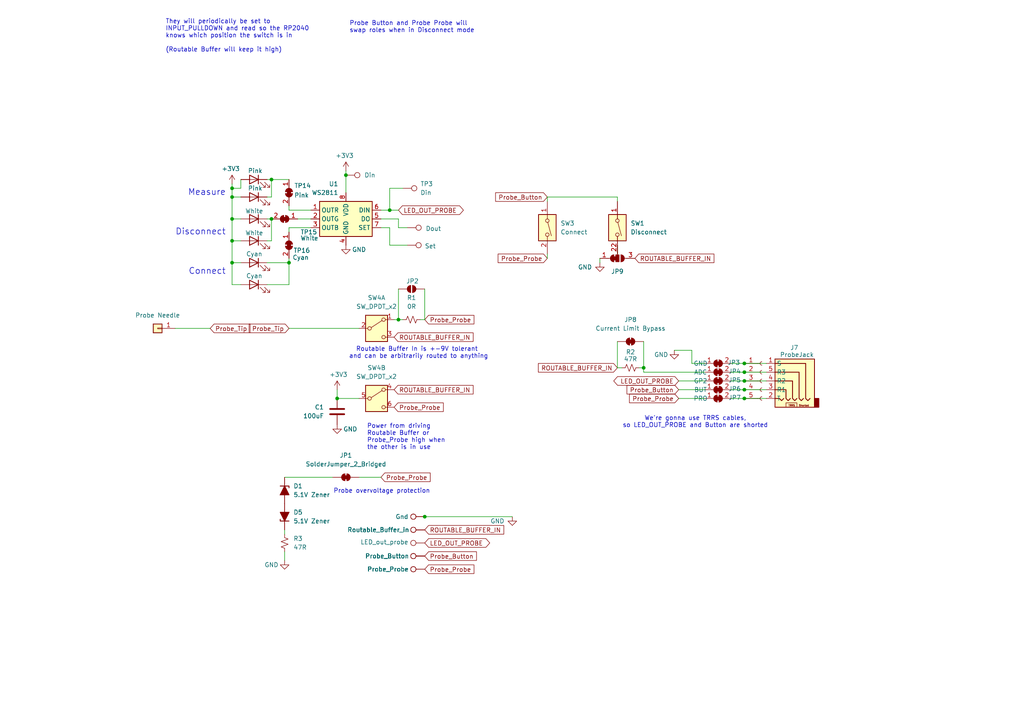
<source format=kicad_sch>
(kicad_sch (version 20231120) (generator "eeschema") (generator_version "8.0")
  (paper "A4")
  (lib_symbols
    (symbol "Connector:Conn_01x05_Socket" (pin_names (offset 1.016) hide)
      (property "Reference" "J" (at 0 7.62 0))
      (property "Value" "Conn_01x05_Socket" (at 0 -7.62 0))
      (symbol "Conn_01x05_Socket_1_1"
        (arc (start 0 -4.572) (mid -0.5058 -5.08) (end 0 -5.588) (stroke (width 0.1524)))
        (arc (start 0 -2.032) (mid -0.5058 -2.54) (end 0 -3.048) (stroke (width 0.1524)))
        (polyline (pts (xy -1.27 -5.08) (xy -0.508 -5.08)) (stroke (width 0.1524)))
        (polyline (pts (xy -1.27 -2.54) (xy -0.508 -2.54)) (stroke (width 0.1524)))
        (polyline (pts (xy -1.27 0) (xy -0.508 0)) (stroke (width 0.1524)))
        (polyline (pts (xy -1.27 2.54) (xy -0.508 2.54)) (stroke (width 0.1524)))
        (polyline (pts (xy -1.27 5.08) (xy -0.508 5.08)) (stroke (width 0.1524)))
        (arc (start 0 0.508) (mid -0.5058 0) (end 0 -0.508) (stroke (width 0.1524)))
        (arc (start 0 3.048) (mid -0.5058 2.54) (end 0 2.032) (stroke (width 0.1524)))
        (arc (start 0 5.588) (mid -0.5058 5.08) (end 0 4.572) (stroke (width 0.1524)))
        (pin passive line (at -5.08 5.08 0) (length 3.81) (name "Pin_1") (number "1"))
        (pin passive line (at -5.08 2.54 0) (length 3.81) (name "Pin_2") (number "2"))
        (pin passive line (at -5.08 0 0) (length 3.81) (name "Pin_3") (number "3"))
        (pin passive line (at -5.08 -2.54 0) (length 3.81) (name "Pin_4") (number "4"))
        (pin passive line (at -5.08 -5.08 0) (length 3.81) (name "Pin_5") (number "5"))
      )
    )
    (symbol "Connector_Generic:Conn_01x01" (pin_names (offset 1.016) hide)
      (property "Reference" "J" (at 0 2.54 0))
      (property "Value" "Conn_01x01" (at 0 -2.54 0))
      (symbol "Conn_01x01_1_1"
        (rectangle (start -1.27 0.127) (end 0 -0.127) (stroke (width 0.1524)))
        (rectangle (start -1.27 1.27) (end 1.27 -1.27) (stroke (width 0.254)) (fill (type background)))
        (pin passive line (at -5.08 0 0) (length 3.81) (name "Pin_1") (number "1"))
      )
    )
    (symbol "Device:C" (pin_numbers hide) (pin_names (offset 0.254))
      (property "Reference" "C" (at 0.635 2.54 0))
      (property "Value" "C" (at 0.635 -2.54 0))
      (symbol "C_0_1"
        (polyline (pts (xy -2.032 -0.762) (xy 2.032 -0.762)) (stroke (width 0.508)))
        (polyline (pts (xy -2.032 0.762) (xy 2.032 0.762)) (stroke (width 0.508)))
      )
      (symbol "C_1_1"
        (pin passive line (at 0 3.81 270) (length 2.794) (name "~") (number "1"))
        (pin passive line (at 0 -3.81 90) (length 2.794) (name "~") (number "2"))
      )
    )
    (symbol "Device:D_Zener_Filled" (pin_numbers hide) (pin_names (offset 1.016) hide)
      (property "Reference" "D" (at 0 2.54 0))
      (property "Value" "D_Zener_Filled" (at 0 -2.54 0))
      (symbol "D_Zener_Filled_0_1"
        (polyline (pts (xy 1.27 0) (xy -1.27 0)))
        (polyline (pts (xy -1.27 -1.27) (xy -1.27 1.27) (xy -0.762 1.27)) (stroke (width 0.254)))
        (polyline (pts (xy 1.27 -1.27) (xy 1.27 1.27) (xy -1.27 0) (xy 1.27 -1.27)) (stroke (width 0.254)) (fill (type outline)))
      )
      (symbol "D_Zener_Filled_1_1"
        (pin passive line (at -3.81 0 0) (length 2.54) (name "K") (number "1"))
        (pin passive line (at 3.81 0 180) (length 2.54) (name "A") (number "2"))
      )
    )
    (symbol "Device:LED" (pin_numbers hide) (pin_names (offset 1.016) hide)
      (property "Reference" "D" (at 0 2.54 0))
      (property "Value" "LED" (at 0 -2.54 0))
      (symbol "LED_0_1"
        (polyline (pts (xy -1.27 -1.27) (xy -1.27 1.27)) (stroke (width 0.254)))
        (polyline (pts (xy -1.27 0) (xy 1.27 0)))
        (polyline (pts (xy 1.27 -1.27) (xy 1.27 1.27) (xy -1.27 0) (xy 1.27 -1.27)) (stroke (width 0.254)))
        (polyline (pts (xy -3.048 -0.762) (xy -4.572 -2.286) (xy -3.81 -2.286) (xy -4.572 -2.286) (xy -4.572 -1.524)))
        (polyline (pts (xy -1.778 -0.762) (xy -3.302 -2.286) (xy -2.54 -2.286) (xy -3.302 -2.286) (xy -3.302 -1.524)))
      )
      (symbol "LED_1_1"
        (pin passive line (at -3.81 0 0) (length 2.54) (name "K") (number "1"))
        (pin passive line (at 3.81 0 180) (length 2.54) (name "A") (number "2"))
      )
    )
    (symbol "Device:R_Small_US" (pin_numbers hide) (pin_names (offset 0.254) hide)
      (property "Reference" "R" (at 0.762 0.508 0))
      (property "Value" "R_Small_US" (at 0.762 -1.016 0))
      (symbol "R_Small_US_1_1"
        (polyline (pts (xy 0 0) (xy 1.016 -0.381) (xy 0 -0.762) (xy -1.016 -1.143) (xy 0 -1.524)))
        (polyline (pts (xy 0 1.524) (xy 1.016 1.143) (xy 0 0.762) (xy -1.016 0.381) (xy 0 0)))
        (pin passive line (at 0 2.54 270) (length 1.016) (name "~") (number "1"))
        (pin passive line (at 0 -2.54 90) (length 1.016) (name "~") (number "2"))
      )
    )
    (symbol "Driver_LED:WS2811"
      (property "Reference" "U" (at -6.35 6.35 0))
      (property "Value" "WS2811" (at 5.08 6.35 0))
      (symbol "WS2811_0_1"
        (rectangle (start -7.62 5.08) (end 7.62 -5.08) (stroke (width 0.254)) (fill (type background)))
      )
      (symbol "WS2811_1_1"
        (pin output line (at 10.16 2.54 180) (length 2.54) (name "OUTR") (number "1"))
        (pin output line (at 10.16 0 180) (length 2.54) (name "OUTG") (number "2"))
        (pin output line (at 10.16 -2.54 180) (length 2.54) (name "OUTB") (number "3"))
        (pin power_in line (at 0 -7.62 90) (length 2.54) (name "GND") (number "4"))
        (pin output line (at -10.16 0 0) (length 2.54) (name "DO") (number "5"))
        (pin input line (at -10.16 2.54 0) (length 2.54) (name "DIN") (number "6"))
        (pin input line (at -10.16 -2.54 0) (length 2.54) (name "SET") (number "7"))
        (pin power_in line (at 0 7.62 270) (length 2.54) (name "VDD") (number "8"))
      )
    )
    (symbol "GND_40" (power) (pin_names (offset 0))
      (property "Value" "GND_40" (at 0 -3.81 0))
      (symbol "GND_40_0_1"
        (polyline (pts (xy 0 0) (xy 0 -1.27) (xy 1.27 -1.27) (xy 0 -2.54) (xy -1.27 -1.27) (xy 0 -1.27)))
      )
      (symbol "GND_40_1_1"
        (pin power_in line (at 0 0 270) (length 0) hide (name "GND") (number "1"))
      )
    )
    (symbol "Jumper:SolderJumper_2_Bridged" (pin_numbers hide) (pin_names (offset 0) hide) (exclude_from_sim yes) (in_bom no)
      (property "Reference" "JP" (at 0 2.032 0))
      (property "Value" "SolderJumper_2_Bridged" (at 0 -2.54 0))
      (symbol "SolderJumper_2_Bridged_0_1"
        (rectangle (start -0.508 0.508) (end 0.508 -0.508) (fill (type outline)))
        (arc (start -0.254 1.016) (mid -1.2656 0) (end -0.254 -1.016))
        (arc (start -0.254 1.016) (mid -1.2656 0) (end -0.254 -1.016) (fill (type outline)))
        (polyline (pts (xy -0.254 1.016) (xy -0.254 -1.016)))
        (polyline (pts (xy 0.254 1.016) (xy 0.254 -1.016)))
        (arc (start 0.254 -1.016) (mid 1.2656 0) (end 0.254 1.016))
        (arc (start 0.254 -1.016) (mid 1.2656 0) (end 0.254 1.016) (fill (type outline)))
      )
      (symbol "SolderJumper_2_Bridged_1_1"
        (pin passive line (at -3.81 0 0) (length 2.54) (name "A") (number "1"))
        (pin passive line (at 3.81 0 180) (length 2.54) (name "B") (number "2"))
      )
    )
    (symbol "Jumper:SolderJumper_2_Open" (pin_numbers hide) (pin_names (offset 0) hide) (exclude_from_sim yes) (in_bom no)
      (property "Reference" "JP" (at 0 2.032 0))
      (property "Value" "SolderJumper_2_Open" (at 0 -2.54 0))
      (symbol "SolderJumper_2_Open_0_1"
        (arc (start -0.254 1.016) (mid -1.2656 0) (end -0.254 -1.016))
        (arc (start -0.254 1.016) (mid -1.2656 0) (end -0.254 -1.016) (fill (type outline)))
        (polyline (pts (xy -0.254 1.016) (xy -0.254 -1.016)))
        (polyline (pts (xy 0.254 1.016) (xy 0.254 -1.016)))
        (arc (start 0.254 -1.016) (mid 1.2656 0) (end 0.254 1.016))
        (arc (start 0.254 -1.016) (mid 1.2656 0) (end 0.254 1.016) (fill (type outline)))
      )
      (symbol "SolderJumper_2_Open_1_1"
        (pin passive line (at -3.81 0 0) (length 2.54) (name "A") (number "1"))
        (pin passive line (at 3.81 0 180) (length 2.54) (name "B") (number "2"))
      )
    )
    (symbol "Jumper:SolderJumper_3_Bridged12" (pin_names (offset 0) hide) (exclude_from_sim yes) (in_bom no)
      (property "Reference" "JP" (at -2.54 -2.54 0))
      (property "Value" "SolderJumper_3_Bridged12" (at 0 2.794 0))
      (symbol "SolderJumper_3_Bridged12_0_1"
        (rectangle (start -1.016 0.508) (end -0.508 -0.508) (fill (type outline)))
        (arc (start -1.016 1.016) (mid -2.0276 0) (end -1.016 -1.016))
        (arc (start -1.016 1.016) (mid -2.0276 0) (end -1.016 -1.016) (fill (type outline)))
        (rectangle (start -0.508 1.016) (end 0.508 -1.016) (fill (type outline)))
        (polyline (pts (xy -2.54 0) (xy -2.032 0)))
        (polyline (pts (xy -1.016 1.016) (xy -1.016 -1.016)))
        (polyline (pts (xy 0 -1.27) (xy 0 -1.016)))
        (polyline (pts (xy 1.016 1.016) (xy 1.016 -1.016)))
        (polyline (pts (xy 2.54 0) (xy 2.032 0)))
        (arc (start 1.016 -1.016) (mid 2.0276 0) (end 1.016 1.016))
        (arc (start 1.016 -1.016) (mid 2.0276 0) (end 1.016 1.016) (fill (type outline)))
      )
      (symbol "SolderJumper_3_Bridged12_1_1"
        (pin passive line (at -5.08 0 0) (length 2.54) (name "A") (number "1"))
        (pin passive line (at 0 -3.81 90) (length 2.54) (name "C") (number "2"))
        (pin passive line (at 5.08 0 180) (length 2.54) (name "B") (number "3"))
      )
    )
    (symbol "JumperlessSymbols:AudioJack5"
      (property "Reference" "U" (at -7.366 13.716 0))
      (symbol "AudioJack5_0_1"
        (rectangle (start -13.97 0) (end -15.24 -2.54) (stroke (width 0.254)) (fill (type outline)))
        (rectangle (start -13.97 11.43) (end -2.54 -2.54) (stroke (width 0.254)) (fill (type background)))
        (rectangle (start -8.89 -1.27) (end -5.715 -2.54))
        (polyline (pts (xy -5.08 0) (xy -4.445 -0.635) (xy -3.81 0) (xy -2.54 0)) (stroke (width 0.254)))
        (polyline (pts (xy -10.795 0) (xy -10.16 -0.635) (xy -9.525 0) (xy -9.525 7.62) (xy -2.54 7.62)) (stroke (width 0.254)))
        (polyline (pts (xy -6.985 0) (xy -6.35 -0.635) (xy -5.715 0) (xy -5.715 2.54) (xy -2.54 2.54)) (stroke (width 0.254)))
        (polyline (pts (xy -2.54 5.08) (xy -7.62 5.08) (xy -7.62 0) (xy -8.255 -0.635) (xy -8.89 0)) (stroke (width 0.254)))
        (polyline (pts (xy -2.54 10.16) (xy -11.43 10.16) (xy -11.43 0) (xy -12.065 -0.635) (xy -12.7 0)) (stroke (width 0.254)))
      )
      (symbol "AudioJack5_1_1"
        (text "Shorted" (at -10.922 -2.032 0) (effects (font (size 0.5 0.5))))
        (text "TRRS" (at -7.366 -2.032 0) (effects (font (size 0.5 0.5))))
        (pin passive line (at 0 10.16 180) (length 2.54) (name "S") (number "1"))
        (pin passive line (at 0 0 180) (length 2.54) (name "T") (number "2"))
        (pin passive line (at 0 2.54 180) (length 2.54) (name "R1") (number "3"))
        (pin passive line (at 0 5.08 180) (length 2.54) (name "R2") (number "4"))
        (pin passive line (at 0 7.62 180) (length 2.54) (name "R3") (number "5"))
      )
    )
    (symbol "JumperlessSymbols:SolderJumper_2_Bridged" (pin_names (offset 0) hide)
      (property "Reference" "JP" (at 0 2.032 0))
      (property "Value" "SolderJumper_2_Bridged" (at 0 -2.54 0))
      (symbol "SolderJumper_2_Bridged_0_1"
        (rectangle (start -0.508 0.508) (end 0.508 -0.508) (fill (type outline)))
        (arc (start -0.254 1.016) (mid -1.2656 0) (end -0.254 -1.016))
        (arc (start -0.254 1.016) (mid -1.2656 0) (end -0.254 -1.016) (fill (type outline)))
        (polyline (pts (xy -0.254 1.016) (xy -0.254 -1.016)))
        (polyline (pts (xy 0.254 1.016) (xy 0.254 -1.016)))
        (arc (start 0.254 -1.016) (mid 1.2656 0) (end 0.254 1.016))
        (arc (start 0.254 -1.016) (mid 1.2656 0) (end 0.254 1.016) (fill (type outline)))
      )
      (symbol "SolderJumper_2_Bridged_1_1"
        (pin passive line (at -3.81 0 0) (length 2.54) (name "A") (number "1"))
        (pin passive line (at 3.81 0 180) (length 2.54) (name "B") (number "2"))
      )
    )
    (symbol "JumperlessSymbols:TestPoint" (pin_numbers hide) (pin_names (offset 0.762) hide)
      (property "Reference" "TP" (at 0 6.858 0))
      (property "Value" "TestPoint" (at 0 5.08 0))
      (symbol "TestPoint_0_1"
        (circle (center 0 3.302) (radius 0.762))
      )
      (symbol "TestPoint_1_1"
        (pin passive line (at 0 0 90) (length 2.54) (name "1") (number "1"))
      )
    )
    (symbol "Switch:SW_DIP_x01" (pin_names (offset 0) hide)
      (property "Reference" "SW" (at 0 3.81 0))
      (property "Value" "SW_DIP_x01" (at 0 -3.81 0))
      (symbol "SW_DIP_x01_0_0"
        (circle (center -2.032 0) (radius 0.508))
        (polyline (pts (xy -1.524 0.127) (xy 2.3622 1.1684)))
        (circle (center 2.032 0) (radius 0.508))
      )
      (symbol "SW_DIP_x01_0_1"
        (rectangle (start -3.81 2.54) (end 3.81 -2.54) (stroke (width 0.254)) (fill (type background)))
      )
      (symbol "SW_DIP_x01_1_1"
        (pin passive line (at -7.62 0 0) (length 5.08) (name "~") (number "1"))
        (pin passive line (at 7.62 0 180) (length 5.08) (name "~") (number "2"))
      )
    )
    (symbol "Switch:SW_DPDT_x2" (pin_names (offset 0) hide)
      (property "Reference" "SW" (at 0 5.08 0))
      (property "Value" "SW_DPDT_x2" (at 0 -5.08 0))
      (symbol "SW_DPDT_x2_0_0"
        (circle (center -2.032 0) (radius 0.508))
        (circle (center 2.032 -2.54) (radius 0.508))
      )
      (symbol "SW_DPDT_x2_0_1"
        (rectangle (start -3.175 3.81) (end 3.175 -3.81) (stroke (width 0.254)) (fill (type background)))
        (polyline (pts (xy -1.524 0.254) (xy 1.5748 2.286)))
        (circle (center 2.032 2.54) (radius 0.508))
      )
      (symbol "SW_DPDT_x2_1_1"
        (pin passive line (at 5.08 2.54 180) (length 2.54) (name "A") (number "1"))
        (pin passive line (at -5.08 0 0) (length 2.54) (name "B") (number "2"))
        (pin passive line (at 5.08 -2.54 180) (length 2.54) (name "C") (number "3"))
      )
      (symbol "SW_DPDT_x2_2_1"
        (pin passive line (at 5.08 2.54 180) (length 2.54) (name "A") (number "4"))
        (pin passive line (at -5.08 0 0) (length 2.54) (name "B") (number "5"))
        (pin passive line (at 5.08 -2.54 180) (length 2.54) (name "C") (number "6"))
      )
    )
    (symbol "power:+3V3" (power) (pin_names (offset 0))
      (property "Value" "+3V3" (at 0 3.556 0))
      (symbol "+3V3_0_1"
        (polyline (pts (xy -0.762 1.27) (xy 0 2.54)))
        (polyline (pts (xy 0 0) (xy 0 2.54)))
        (polyline (pts (xy 0 2.54) (xy 0.762 1.27)))
      )
      (symbol "+3V3_1_1"
        (pin power_in line (at 0 0 90) (length 0) hide (name "+3V3") (number "1"))
      )
    )
  )
  (junction (at 215.9 105.41))
  (junction (at 186.69 106.68))
  (junction (at 215.9 107.95))
  (junction (at 100.33 50.8))
  (junction (at 115.57 92.71))
  (junction (at 67.31 57.15))
  (junction (at 215.9 110.49))
  (junction (at 67.31 63.5))
  (junction (at 78.74 63.5))
  (junction (at 78.74 52.07))
  (junction (at 67.31 54.61))
  (junction (at 215.9 113.03))
  (junction (at 97.79 115.57))
  (junction (at 67.31 69.85))
  (junction (at 113.03 60.96))
  (junction (at 83.82 76.2))
  (junction (at 123.19 149.86))
  (junction (at 67.31 76.2))
  (junction (at 215.9 115.57))
  (wire (pts (xy 69.85 54.61) (xy 67.31 54.61)))
  (wire (pts (xy 212.09 107.95) (xy 215.9 107.95)))
  (wire (pts (xy 204.47 115.57) (xy 196.85 115.57)))
  (wire (pts (xy 83.82 95.25) (xy 104.14 95.25)))
  (wire (pts (xy 100.33 50.8) (xy 100.33 55.88)))
  (wire (pts (xy 121.92 92.71) (xy 123.19 92.71)))
  (wire (pts (xy 69.85 82.55) (xy 67.31 82.55)))
  (wire (pts (xy 195.58 101.6) (xy 200.66 101.6)))
  (wire (pts (xy 83.82 67.31) (xy 83.82 66.04)))
  (wire (pts (xy 115.57 83.82) (xy 115.57 92.71)))
  (wire (pts (xy 123.19 149.86) (xy 148.59 149.86)))
  (wire (pts (xy 50.8 95.25) (xy 60.96 95.25)))
  (wire (pts (xy 83.82 66.04) (xy 90.17 66.04)))
  (wire (pts (xy 78.74 69.85) (xy 78.74 63.5)))
  (wire (pts (xy 115.57 63.5) (xy 110.49 63.5)))
  (wire (pts (xy 115.57 92.71) (xy 116.84 92.71)))
  (wire (pts (xy 78.74 57.15) (xy 77.47 57.15)))
  (wire (pts (xy 78.74 52.07) (xy 77.47 52.07)))
  (wire (pts (xy 158.75 57.15) (xy 179.07 57.15)))
  (wire (pts (xy 110.49 66.04) (xy 113.03 66.04)))
  (wire (pts (xy 113.03 54.61) (xy 113.03 60.96)))
  (wire (pts (xy 215.9 115.57) (xy 222.25 115.57)))
  (wire (pts (xy 83.82 76.2) (xy 83.82 74.93)))
  (wire (pts (xy 113.03 66.04) (xy 113.03 71.12)))
  (wire (pts (xy 179.07 106.68) (xy 179.07 99.06)))
  (wire (pts (xy 116.84 54.61) (xy 113.03 54.61)))
  (wire (pts (xy 69.85 52.07) (xy 69.85 54.61)))
  (wire (pts (xy 83.82 82.55) (xy 83.82 76.2)))
  (wire (pts (xy 180.34 106.68) (xy 179.07 106.68)))
  (wire (pts (xy 158.75 57.15) (xy 158.75 58.42)))
  (wire (pts (xy 118.11 66.04) (xy 115.57 66.04)))
  (wire (pts (xy 212.09 113.03) (xy 215.9 113.03)))
  (wire (pts (xy 186.69 106.68) (xy 186.69 107.95)))
  (wire (pts (xy 110.49 60.96) (xy 113.03 60.96)))
  (wire (pts (xy 123.19 83.82) (xy 123.19 92.71)))
  (wire (pts (xy 215.9 113.03) (xy 222.25 113.03)))
  (wire (pts (xy 82.55 154.94) (xy 82.55 153.67)))
  (wire (pts (xy 173.99 74.93) (xy 173.99 76.2)))
  (wire (pts (xy 113.03 60.96) (xy 115.57 60.96)))
  (wire (pts (xy 77.47 69.85) (xy 78.74 69.85)))
  (wire (pts (xy 82.55 138.43) (xy 96.52 138.43)))
  (wire (pts (xy 104.14 138.43) (xy 110.49 138.43)))
  (wire (pts (xy 86.36 63.5) (xy 90.17 63.5)))
  (wire (pts (xy 67.31 76.2) (xy 69.85 76.2)))
  (wire (pts (xy 179.07 71.12) (xy 179.07 73.66)))
  (wire (pts (xy 212.09 115.57) (xy 215.9 115.57)))
  (wire (pts (xy 115.57 66.04) (xy 115.57 63.5)))
  (wire (pts (xy 204.47 110.49) (xy 196.85 110.49)))
  (wire (pts (xy 67.31 69.85) (xy 67.31 76.2)))
  (wire (pts (xy 83.82 59.69) (xy 83.82 60.96)))
  (wire (pts (xy 215.9 110.49) (xy 222.25 110.49)))
  (wire (pts (xy 67.31 63.5) (xy 69.85 63.5)))
  (wire (pts (xy 104.14 115.57) (xy 97.79 115.57)))
  (wire (pts (xy 77.47 82.55) (xy 83.82 82.55)))
  (wire (pts (xy 83.82 60.96) (xy 90.17 60.96)))
  (wire (pts (xy 67.31 54.61) (xy 67.31 57.15)))
  (wire (pts (xy 186.69 107.95) (xy 204.47 107.95)))
  (wire (pts (xy 67.31 57.15) (xy 67.31 63.5)))
  (wire (pts (xy 77.47 76.2) (xy 83.82 76.2)))
  (wire (pts (xy 200.66 105.41) (xy 204.47 105.41)))
  (wire (pts (xy 179.07 57.15) (xy 179.07 58.42)))
  (wire (pts (xy 67.31 63.5) (xy 67.31 69.85)))
  (wire (pts (xy 67.31 69.85) (xy 69.85 69.85)))
  (wire (pts (xy 67.31 57.15) (xy 69.85 57.15)))
  (wire (pts (xy 113.03 71.12) (xy 118.11 71.12)))
  (wire (pts (xy 215.9 107.95) (xy 222.25 107.95)))
  (wire (pts (xy 215.9 105.41) (xy 222.25 105.41)))
  (wire (pts (xy 97.79 113.03) (xy 97.79 115.57)))
  (wire (pts (xy 158.75 74.93) (xy 158.75 73.66)))
  (wire (pts (xy 200.66 101.6) (xy 200.66 105.41)))
  (wire (pts (xy 186.69 99.06) (xy 186.69 106.68)))
  (wire (pts (xy 204.47 113.03) (xy 196.85 113.03)))
  (wire (pts (xy 212.09 110.49) (xy 215.9 110.49)))
  (wire (pts (xy 212.09 105.41) (xy 215.9 105.41)))
  (wire (pts (xy 67.31 82.55) (xy 67.31 76.2)))
  (wire (pts (xy 100.33 49.53) (xy 100.33 50.8)))
  (wire (pts (xy 185.42 106.68) (xy 186.69 106.68)))
  (wire (pts (xy 82.55 160.02) (xy 82.55 162.56)))
  (wire (pts (xy 78.74 52.07) (xy 83.82 52.07)))
  (wire (pts (xy 67.31 53.34) (xy 67.31 54.61)))
  (wire (pts (xy 77.47 63.5) (xy 78.74 63.5)))
  (wire (pts (xy 78.74 52.07) (xy 78.74 57.15)))
  (wire (pts (xy 114.3 92.71) (xy 115.57 92.71)))
  (text "Probe Button and Probe Probe will \nswap roles when in Disconnect mode" (at 101.346 7.874 0) (effects (font (size 1.27 1.27)) (justify left)))
  (text "They will periodically be set to\nINPUT_PULLDOWN and read so the RP2040\nknows which position the switch is in\n\n(Routable Buffer will keep it high)" (at 48.006 10.414 0) (effects (font (size 1.27 1.27)) (justify left)))
  (text "Power from driving\nRoutable Buffer or \nProbe_Probe high when\nthe other is in use" (at 106.426 126.746 0) (effects (font (size 1.27 1.27)) (justify left)))
  (text "Routable Buffer In is +-9V tolerant \nand can be arbitrarily routed to anything" (at 121.412 102.362 0) (effects (font (size 1.27 1.27))))
  (text "Probe overvoltage protection" (at 110.744 142.494 0) (effects (font (size 1.27 1.27))))
  (text "We're gonna use TRRS cables,\nso LED_OUT_PROBE and Button are shorted" (at 201.676 122.428 0) (effects (font (size 1.27 1.27))))
  (text "Measure\n\n  \n\nDisconnect\n\n\n\nConnect" (at 65.532 67.31 0) (effects (font (size 1.778 1.778)) (justify right)))
  (global_label "Probe_Tip" (shape input) (at 83.82 95.25 180) (property "Intersheetrefs" "${INTERSHEET_REFS}" (effects (hide yes))))
  (global_label "Probe_Probe" (shape input) (at 114.3 118.11 0) (property "Intersheetrefs" "${INTERSHEET_REFS}" (effects (hide yes))))
  (global_label "ROUTABLE_BUFFER_IN" (shape input) (at 114.3 113.03 0) (property "Intersheetrefs" "${INTERSHEET_REFS}" (effects (hide yes))))
  (global_label "Probe_Probe" (shape input) (at 123.19 92.71 0) (property "Intersheetrefs" "${INTERSHEET_REFS}" (effects (hide yes))))
  (global_label "Probe_Tip" (shape input) (at 60.96 95.25 0) (property "Intersheetrefs" "${INTERSHEET_REFS}" (effects (hide yes))))
  (global_label "LED_OUT_PROBE" (shape bidirectional) (at 115.57 60.96 0) (property "Intersheetrefs" "${INTERSHEET_REFS}" (effects (hide yes))))
  (global_label "LED_OUT_PROBE" (shape bidirectional) (at 123.19 157.48 0) (property "Intersheetrefs" "${INTERSHEET_REFS}" (effects (hide yes))))
  (global_label "ROUTABLE_BUFFER_IN" (shape input) (at 184.15 74.93 0) (property "Intersheetrefs" "${INTERSHEET_REFS}" (effects (hide yes))))
  (global_label "Probe_Probe" (shape input) (at 158.75 74.93 180) (property "Intersheetrefs" "${INTERSHEET_REFS}" (effects (hide yes))))
  (global_label "Probe_Button" (shape input) (at 196.85 113.03 180) (property "Intersheetrefs" "${INTERSHEET_REFS}" (effects (hide yes))))
  (global_label "Probe_Probe" (shape input) (at 196.85 115.57 180) (property "Intersheetrefs" "${INTERSHEET_REFS}" (effects (hide yes))))
  (global_label "Probe_Button" (shape input) (at 158.75 57.15 180) (property "Intersheetrefs" "${INTERSHEET_REFS}" (effects (hide yes))))
  (global_label "Probe_Probe" (shape input) (at 123.19 165.1 0) (property "Intersheetrefs" "${INTERSHEET_REFS}" (effects (hide yes))))
  (global_label "ROUTABLE_BUFFER_IN" (shape input) (at 123.19 153.67 0) (property "Intersheetrefs" "${INTERSHEET_REFS}" (effects (hide yes))))
  (global_label "ROUTABLE_BUFFER_IN" (shape input) (at 114.3 97.79 0) (property "Intersheetrefs" "${INTERSHEET_REFS}" (effects (hide yes))))
  (global_label "ROUTABLE_BUFFER_IN" (shape input) (at 179.07 106.68 180) (property "Intersheetrefs" "${INTERSHEET_REFS}" (effects (hide yes))))
  (global_label "Probe_Probe" (shape input) (at 110.49 138.43 0) (property "Intersheetrefs" "${INTERSHEET_REFS}" (effects (hide yes))))
  (global_label "Probe_Button" (shape input) (at 123.19 161.29 0) (property "Intersheetrefs" "${INTERSHEET_REFS}" (effects (hide yes))))
  (global_label "LED_OUT_PROBE" (shape bidirectional) (at 196.85 110.49 180) (property "Intersheetrefs" "${INTERSHEET_REFS}" (effects (hide yes))))
  (symbol (lib_id "power:+3V3") (at 97.79 113.03 0) (unit 1)
    (property "Reference" "#PWR02" (effects (hide yes)))
    (property "Value" "+3V3" (at 98.171 108.6358 0))
  )
  (symbol (lib_id "JumperlessSymbols:SolderJumper_2_Bridged") (at 82.55 63.5 180) (unit 1)
    (property "Reference" "TP15" (at 87.122 67.31 0) (effects (justify right)))
    (property "Value" "White" (at 87.122 69.088 0) (effects (justify right)))
    (property "Footprint" "JumperlessFootprints:SolderJumper_2_Bridged_Small" (effects (hide yes)))
    (property "Description" "Solder Jumper, 2-pole, closed/bridged" (effects (hide yes)))
  )
  (symbol (lib_name "GND_40") (lib_id "power:GND") (at 97.79 123.19 0) (mirror y) (unit 1)
    (property "Reference" "#PWR03" (effects (hide yes)))
    (property "Value" "GND" (at 101.6 124.46 0))
  )
  (symbol (lib_id "Device:LED") (at 73.66 69.85 0) (mirror y) (unit 1)
    (property "Reference" "D4" (effects (hide yes)))
    (property "Value" "White" (at 71.12 67.564 0) (effects (justify right)))
    (property "Footprint" "JumprlessFootprints:LED_4014" (effects (hide yes)))
    (property "Description" "Light emitting diode" (effects (hide yes)))
    (property "LCSC" "C3646959" (effects (hide yes)))
  )
  (symbol (lib_id "Device:R_Small_US") (at 119.38 92.71 90) (unit 1)
    (property "Reference" "R1" (at 119.38 86.36 90))
    (property "Value" "0R" (at 119.38 88.9 90))
    (property "Footprint" "Resistor_SMD:R_0603_1608Metric_Pad0.98x0.95mm_HandSolder" (effects (hide yes)))
    (property "Description" "Resistor, small US symbol" (effects (hide yes)))
  )
  (symbol (lib_id "JumperlessSymbols:AudioJack5") (at 222.25 115.57 0) (mirror y) (unit 1)
    (property "Reference" "J7" (at 230.378 100.838 0))
    (property "Value" "ProbeJack" (at 231.14 102.87 0))
    (property "Footprint" "JumprlessFootprints:STX_3452_TRRRS_Audio_Jack" (effects (hide yes)))
    (property "Description" "Audio Jack, 5 Poles (TRRRS)" (effects (hide yes)))
  )
  (symbol (lib_name "GND_40") (lib_id "power:GND") (at 148.59 149.86 0) (unit 1)
    (property "Reference" "#PWR04" (effects (hide yes)))
    (property "Value" "GND" (at 144.272 151.13 0))
  )
  (symbol (lib_id "JumperlessSymbols:TestPoint") (at 123.19 153.67 90) (unit 1)
    (property "Reference" "TP5" (effects (hide yes)))
    (property "Value" "Routable_Buffer_in" (at 109.728 153.67 90))
    (property "Footprint" "JumperlessFootprints:TestPoint_D0.75mm" (effects (hide yes)))
    (property "Description" "test point" (effects (hide yes)))
  )
  (symbol (lib_id "Device:C") (at 97.79 119.38 0) (mirror y) (unit 1)
    (property "Reference" "C1" (at 93.98 118.1099 0) (effects (justify left)))
    (property "Value" "100uF" (at 93.98 120.6499 0) (effects (justify left)))
    (property "Footprint" "Capacitor_SMD:C_1206_3216Metric_Pad1.33x1.80mm_HandSolder" (effects (hide yes)))
    (property "Description" "Unpolarized capacitor" (effects (hide yes)))
  )
  (symbol (lib_id "Jumper:SolderJumper_2_Bridged") (at 100.33 138.43 0) (unit 1) (exclude_from_sim yes) (in_bom no)
    (property "Reference" "JP1" (at 100.33 132.08 0))
    (property "Value" "SolderJumper_2_Bridged" (at 100.33 134.62 0))
    (property "Footprint" "JumprlessFootprints:SolderJumper_2_Bridged_Small" (effects (hide yes)))
    (property "Description" "Solder Jumper, 2-pole, closed/bridged" (effects (hide yes)))
  )
  (symbol (lib_id "JumperlessSymbols:SolderJumper_2_Bridged") (at 208.28 107.95 0) (unit 1)
    (property "Reference" "JP4" (at 213.106 107.696 0))
    (property "Value" "ADC" (at 203.2 107.95 0))
    (property "Footprint" "JumperlessFootprints:SolderJumper_2_Bridged_Small" (effects (hide yes)))
  )
  (symbol (lib_id "JumperlessSymbols:SolderJumper_2_Bridged") (at 208.28 105.41 0) (unit 1)
    (property "Reference" "JP3" (at 212.852 105.156 0))
    (property "Value" "GND" (at 203.2 105.41 0))
    (property "Footprint" "JumperlessFootprints:SolderJumper_2_Bridged_Small" (effects (hide yes)))
  )
  (symbol (lib_id "JumperlessSymbols:SolderJumper_2_Bridged") (at 83.82 71.12 270) (unit 1)
    (property "Reference" "TP16" (at 85.09 72.644 90) (effects (justify left)))
    (property "Value" "Cyan" (at 84.836 74.676 90) (effects (justify left)))
    (property "Footprint" "JumperlessFootprints:SolderJumper_2_Bridged_Small" (effects (hide yes)))
    (property "Description" "Solder Jumper, 2-pole, closed/bridged" (effects (hide yes)))
  )
  (symbol (lib_id "Device:D_Zener_Filled") (at 82.55 142.24 270) (unit 1)
    (property "Reference" "D1" (at 85.09 140.9699 90) (effects (justify left)))
    (property "Value" "5.1V Zener" (at 85.09 143.5099 90) (effects (justify left)))
    (property "Footprint" "Diode_SMD:D_SOD-323_HandSoldering" (effects (hide yes)))
    (property "Description" "Zener diode, filled shape" (effects (hide yes)))
    (property "LCSC" "C18547704" (effects (hide yes)))
  )
  (symbol (lib_name "GND_40") (lib_id "power:GND") (at 82.55 162.56 0) (unit 1)
    (property "Reference" "#PWR07" (effects (hide yes)))
    (property "Value" "GND" (at 78.74 163.83 0))
  )
  (symbol (lib_id "JumperlessSymbols:TestPoint") (at 123.19 157.48 90) (unit 1)
    (property "Reference" "TP6" (effects (hide yes)))
    (property "Value" "LED_out_probe" (at 111.506 157.226 90))
    (property "Footprint" "JumperlessFootprints:TestPoint_D0.75mm" (effects (hide yes)))
    (property "Description" "test point" (effects (hide yes)))
  )
  (symbol (lib_id "Switch:SW_DPDT_x2") (at 109.22 95.25 0) (unit 1)
    (property "Reference" "SW4" (at 109.22 86.36 0))
    (property "Value" "SW_DPDT_x2" (at 109.22 88.9 0))
    (property "Footprint" "JumprlessFootprints:XKB_SK3245S-L3-A_DPDT_Slide_Switch" (effects (hide yes)))
    (property "Description" "Switch, dual pole double throw, separate symbols" (effects (hide yes)))
    (property "LCSC" "C405952" (effects (hide yes)))
  )
  (symbol (lib_id "Device:LED") (at 73.66 63.5 0) (mirror y) (unit 1)
    (property "Reference" "D7" (effects (hide yes)))
    (property "Value" "White" (at 71.12 61.214 0) (effects (justify right)))
    (property "Footprint" "JumprlessFootprints:LED_4014" (effects (hide yes)))
    (property "Description" "Light emitting diode" (effects (hide yes)))
    (property "LCSC" "C3646959" (effects (hide yes)))
  )
  (symbol (lib_id "Switch:SW_DIP_x01") (at 158.75 66.04 270) (unit 1)
    (property "Reference" "SW3" (at 162.56 64.7699 90) (effects (justify left)))
    (property "Value" "Connect" (at 162.56 67.3099 90) (effects (justify left)))
    (property "Footprint" "JumprlessFootprints:TS6634_Tact_Switch" (effects (hide yes)))
    (property "Description" "1x DIP Switch, Single Pole Single Throw (SPST) switch, small symbol" (effects (hide yes)))
    (property "LCSC" "C557614" (effects (hide yes)))
  )
  (symbol (lib_id "Connector_Generic:Conn_01x01") (at 45.72 95.25 180) (unit 1)
    (property "Reference" "J2" (effects (hide yes)))
    (property "Value" "Probe Needle" (at 45.72 91.44 0))
    (property "Footprint" "JumprlessFootprints:ProbeNeedle" (effects (hide yes)))
    (property "Description" "Generic connector, single row, 01x01, script generated (kicad-library-utils/schlib/autogen/connector/)" (effects (hide yes)))
  )
  (symbol (lib_id "JumperlessSymbols:TestPoint") (at 118.11 66.04 270) (unit 1)
    (property "Reference" "TP1" (effects (hide yes)))
    (property "Value" "Dout" (at 123.444 66.294 90) (effects (justify left)))
    (property "Footprint" "JumperlessFootprints:TestPoint_D0.75mm" (effects (hide yes)))
    (property "Description" "test point" (effects (hide yes)))
  )
  (symbol (lib_id "Device:LED") (at 73.66 57.15 0) (mirror y) (unit 1)
    (property "Reference" "D2" (effects (hide yes)))
    (property "Value" "Pink" (at 71.882 54.61 0) (effects (justify right)))
    (property "Footprint" "JumprlessFootprints:LED_4014" (effects (hide yes)))
    (property "Description" "Light emitting diode" (effects (hide yes)))
    (property "LCSC" "C7371931" (effects (hide yes)))
  )
  (symbol (lib_id "JumperlessSymbols:TestPoint") (at 118.11 71.12 270) (unit 1)
    (property "Reference" "TP2" (effects (hide yes)))
    (property "Value" "Set" (at 123.19 71.374 90) (effects (justify left)))
    (property "Footprint" "JumperlessFootprints:TestPoint_D0.75mm" (effects (hide yes)))
    (property "Description" "test point" (effects (hide yes)))
  )
  (symbol (lib_id "JumperlessSymbols:SolderJumper_2_Bridged") (at 208.28 115.57 0) (unit 1)
    (property "Reference" "JP7" (at 213.106 115.316 0))
    (property "Value" "PRO" (at 203.2 115.57 0))
    (property "Footprint" "JumperlessFootprints:SolderJumper_2_Bridged_Small" (effects (hide yes)))
  )
  (symbol (lib_name "GND_40") (lib_id "power:GND") (at 173.99 76.2 0) (unit 1)
    (property "Reference" "#PWR08" (effects (hide yes)))
    (property "Value" "GND" (at 169.672 77.47 0))
  )
  (symbol (lib_id "JumperlessSymbols:TestPoint") (at 123.19 165.1 90) (unit 1)
    (property "Reference" "TP13" (effects (hide yes)))
    (property "Value" "Probe_Probe" (at 112.522 165.1 90))
    (property "Footprint" "JumperlessFootprints:TestPoint_D0.75mm" (effects (hide yes)))
    (property "Description" "test point" (effects (hide yes)))
  )
  (symbol (lib_id "JumperlessSymbols:SolderJumper_2_Bridged") (at 208.28 110.49 0) (unit 1)
    (property "Reference" "JP5" (at 213.106 110.236 0))
    (property "Value" "GP2" (at 203.2 110.49 0))
    (property "Footprint" "JumperlessFootprints:SolderJumper_2_Bridged_Small" (effects (hide yes)))
  )
  (symbol (lib_id "Switch:SW_DIP_x01") (at 179.07 66.04 270) (unit 1)
    (property "Reference" "SW1" (at 182.88 64.7699 90) (effects (justify left)))
    (property "Value" "Disconnect" (at 182.88 67.3099 90) (effects (justify left)))
    (property "Footprint" "JumprlessFootprints:TS6634_Tact_Switch" (effects (hide yes)))
    (property "Description" "1x DIP Switch, Single Pole Single Throw (SPST) switch, small symbol" (effects (hide yes)))
    (property "LCSC" "C557614" (effects (hide yes)))
  )
  (symbol (lib_id "JumperlessSymbols:TestPoint") (at 123.19 161.29 90) (unit 1)
    (property "Reference" "TP7" (effects (hide yes)))
    (property "Value" "Probe_Button" (at 112.268 161.29 90))
    (property "Footprint" "JumperlessFootprints:TestPoint_D0.75mm" (effects (hide yes)))
    (property "Description" "test point" (effects (hide yes)))
  )
  (symbol (lib_id "Jumper:SolderJumper_2_Open") (at 119.38 83.82 0) (unit 1) (exclude_from_sim yes) (in_bom no)
    (property "Reference" "JP2" (at 119.634 81.534 0))
    (property "Value" "SolderJumper_2_Bridged" (effects (hide yes)))
    (property "Footprint" "JumprlessFootprints:SolderJumper_2_Bridged_Small" (effects (hide yes)))
    (property "Description" "Solder Jumper, 2-pole, open" (effects (hide yes)))
  )
  (symbol (lib_id "Device:D_Zener_Filled") (at 82.55 149.86 90) (unit 1)
    (property "Reference" "D5" (at 85.09 148.5899 90) (effects (justify right)))
    (property "Value" "5.1V Zener" (at 85.09 151.1299 90) (effects (justify right)))
    (property "Footprint" "Diode_SMD:D_SOD-323_HandSoldering" (effects (hide yes)))
    (property "Description" "Zener diode, filled shape" (effects (hide yes)))
    (property "LCSC" "C18547704" (effects (hide yes)))
  )
  (symbol (lib_id "JumperlessSymbols:TestPoint") (at 123.19 161.29 90) (unit 1)
    (property "Reference" "TP12" (effects (hide yes)))
    (property "Value" "Probe_Button" (at 112.268 161.29 90))
    (property "Footprint" "JumperlessFootprints:TestPoint_D0.75mm" (effects (hide yes)))
    (property "Description" "test point" (effects (hide yes)))
  )
  (symbol (lib_id "Jumper:SolderJumper_2_Bridged") (at 182.88 99.06 0) (unit 1) (exclude_from_sim yes) (in_bom no)
    (property "Reference" "JP8" (at 182.88 92.71 0))
    (property "Value" "Current Limit Bypass" (at 182.88 95.25 0))
    (property "Footprint" "JumperlessFootprints:SolderJumper_2_Bridged_Small" (effects (hide yes)))
    (property "Description" "Solder Jumper, 2-pole, closed/bridged" (effects (hide yes)))
  )
  (symbol (lib_id "power:+3V3") (at 100.33 49.53 0) (mirror y) (unit 1)
    (property "Reference" "#PWR01" (effects (hide yes)))
    (property "Value" "+3V3" (at 99.949 45.1358 0))
  )
  (symbol (lib_id "JumperlessSymbols:TestPoint") (at 123.19 149.86 90) (unit 1)
    (property "Reference" "TP4" (effects (hide yes)))
    (property "Value" "Gnd" (effects (hide yes)))
    (property "Footprint" "JumperlessFootprints:TestPoint_D0.75mm" (effects (hide yes)))
    (property "Description" "test point" (effects (hide yes)))
  )
  (symbol (lib_id "Driver_LED:WS2811") (at 100.33 63.5 0) (mirror y) (unit 1)
    (property "Reference" "U1" (at 98.1359 53.34 0) (effects (justify left)))
    (property "Value" "WS2811" (at 98.1359 55.88 0) (effects (justify left)))
    (property "Footprint" "Package_SO:SOP-8_3.9x4.9mm_P1.27mm" (effects (hide yes)))
    (property "Datasheet" "https://cdn-shop.adafruit.com/datasheets/WS2811.pdf" (effects (hide yes)))
    (property "Description" "3-Channel 8-Bit PWM LED Driver, DIP-8/SOIC-8" (effects (hide yes)))
    (property "LCSC" "C114581" (effects (hide yes)))
  )
  (symbol (lib_id "JumperlessSymbols:SolderJumper_2_Bridged") (at 208.28 113.03 0) (unit 1)
    (property "Reference" "JP6" (at 213.106 112.776 0))
    (property "Value" "BUT" (at 203.2 113.03 0))
    (property "Footprint" "JumperlessFootprints:SolderJumper_2_Bridged_Small" (effects (hide yes)))
  )
  (symbol (lib_id "JumperlessSymbols:TestPoint") (at 116.84 54.61 270) (unit 1)
    (property "Reference" "TP3" (at 121.92 53.3399 90) (effects (justify left)))
    (property "Value" "Din" (at 121.92 55.8799 90) (effects (justify left)))
    (property "Footprint" "JumperlessFootprints:TestPoint_D0.75mm" (effects (hide yes)))
    (property "Description" "test point" (effects (hide yes)))
  )
  (symbol (lib_id "Device:R_Small_US") (at 82.55 157.48 180) (unit 1)
    (property "Reference" "R3" (at 85.09 156.2099 0) (effects (justify right)))
    (property "Value" "47R" (at 85.09 158.7499 0) (effects (justify right)))
    (property "Footprint" "Resistor_SMD:R_0603_1608Metric_Pad0.98x0.95mm_HandSolder" (effects (hide yes)))
    (property "Description" "Resistor, small US symbol" (effects (hide yes)))
    (property "LCSC Part #" " C2907043" (effects (hide yes)))
  )
  (symbol (lib_id "Jumper:SolderJumper_3_Bridged12") (at 179.07 74.93 0) (mirror x) (unit 1) (exclude_from_sim yes) (in_bom no)
    (property "Reference" "JP9" (at 179.07 78.74 0))
    (property "Value" "SolderJumper_3_Bridged12" (effects (hide yes)))
    (property "Footprint" "JumperlessFootprints:SolderJumper-3_P1.3mm_Bridged12_Pad1.0x1.5mm" (effects (hide yes)))
    (property "Description" "3-pole Solder Jumper, pins 1+2 closed/bridged" (effects (hide yes)))
  )
  (symbol (lib_id "Switch:SW_DPDT_x2") (at 109.22 115.57 0) (unit 2)
    (property "Reference" "SW4" (at 109.22 106.68 0))
    (property "Value" "SW_DPDT_x2" (at 109.22 109.22 0))
    (property "Footprint" "JumprlessFootprints:XKB_SK3245S-L3-A_DPDT_Slide_Switch" (effects (hide yes)))
    (property "Description" "Switch, dual pole double throw, separate symbols" (effects (hide yes)))
    (property "LCSC" "C405952" (effects (hide yes)))
  )
  (symbol (lib_id "Device:LED") (at 73.66 82.55 0) (mirror y) (unit 1)
    (property "Reference" "D8" (effects (hide yes)))
    (property "Value" "Cyan" (at 71.374 80.01 0) (effects (justify right)))
    (property "Footprint" "JumprlessFootprints:LED_4014" (effects (hide yes)))
    (property "Description" "Light emitting diode" (effects (hide yes)))
    (property "LCSC" "C7371929" (effects (hide yes)))
  )
  (symbol (lib_id "JumperlessSymbols:TestPoint") (at 123.19 149.86 90) (unit 1)
    (property "Reference" "TP10" (effects (hide yes)))
    (property "Value" "Gnd" (at 116.586 149.86 90))
    (property "Footprint" "JumperlessFootprints:TestPoint_D0.75mm" (effects (hide yes)))
    (property "Description" "test point" (effects (hide yes)))
  )
  (symbol (lib_name "GND_40") (lib_id "power:GND") (at 100.33 71.12 0) (mirror y) (unit 1)
    (property "Reference" "#PWR06" (effects (hide yes)))
    (property "Value" "GND" (at 104.14 72.39 0))
  )
  (symbol (lib_id "JumperlessSymbols:SolderJumper_2_Bridged") (at 83.82 55.88 270) (unit 1)
    (property "Reference" "TP14" (at 85.344 53.848 90) (effects (justify left)))
    (property "Value" "Pink" (at 85.344 56.642 90) (effects (justify left)))
    (property "Footprint" "JumperlessFootprints:SolderJumper_2_Bridged_Small" (effects (hide yes)))
    (property "Description" "Solder Jumper, 2-pole, closed/bridged" (effects (hide yes)))
  )
  (symbol (lib_id "JumperlessSymbols:TestPoint") (at 123.19 153.67 90) (unit 1)
    (property "Reference" "TP11" (effects (hide yes)))
    (property "Value" "Routable_Buffer_in" (at 109.728 153.67 90))
    (property "Footprint" "JumperlessFootprints:TestPoint_D0.75mm" (effects (hide yes)))
    (property "Description" "test point" (effects (hide yes)))
  )
  (symbol (lib_id "power:+3V3") (at 67.31 53.34 0) (mirror y) (unit 1)
    (property "Reference" "#PWR05" (effects (hide yes)))
    (property "Value" "+3V3" (at 66.929 48.9458 0))
  )
  (symbol (lib_id "JumperlessSymbols:TestPoint") (at 100.33 50.8 270) (unit 1)
    (property "Reference" "TP9" (effects (hide yes)))
    (property "Value" "Din" (at 105.664 50.8 90) (effects (justify left)))
    (property "Footprint" "JumperlessFootprints:TestPoint_D0.75mm" (effects (hide yes)))
    (property "Description" "test point" (effects (hide yes)))
  )
  (symbol (lib_id "JumperlessSymbols:TestPoint") (at 123.19 165.1 90) (unit 1)
    (property "Reference" "TP8" (effects (hide yes)))
    (property "Value" "Probe_Probe" (at 112.522 165.1 90))
    (property "Footprint" "JumperlessFootprints:TestPoint_D0.75mm" (effects (hide yes)))
    (property "Description" "test point" (effects (hide yes)))
  )
  (symbol (lib_id "Device:LED") (at 73.66 76.2 0) (mirror y) (unit 1)
    (property "Reference" "D3" (effects (hide yes)))
    (property "Value" "Cyan" (at 71.374 73.66 0) (effects (justify right)))
    (property "Footprint" "JumprlessFootprints:LED_4014" (effects (hide yes)))
    (property "Description" "Light emitting diode" (effects (hide yes)))
    (property "LCSC" "C7371929" (effects (hide yes)))
  )
  (symbol (lib_id "Device:R_Small_US") (at 182.88 106.68 90) (unit 1)
    (property "Reference" "R2" (at 182.88 102.108 90))
    (property "Value" "47R" (at 182.88 104.14 90))
    (property "Footprint" "Resistor_SMD:R_0603_1608Metric_Pad0.98x0.95mm_HandSolder" (effects (hide yes)))
    (property "Description" "Resistor, small US symbol" (effects (hide yes)))
    (property "LCSC Part #" " C2907043" (effects (hide yes)))
  )
  (symbol (lib_id "Connector:Conn_01x05_Socket") (at 220.98 110.49 0) (unit 1)
    (property "Reference" "J1" (effects (hide yes)))
    (property "Value" "Conn_01x05_Socket" (effects (hide yes)))
    (property "Description" "Generic connector, single row, 01x05, script generated" (effects (hide yes)))
  )
  (symbol (lib_id "Device:LED") (at 73.66 52.07 0) (mirror y) (unit 1)
    (property "Reference" "D6" (effects (hide yes)))
    (property "Value" "Pink" (at 71.882 49.53 0) (effects (justify right)))
    (property "Footprint" "JumprlessFootprints:LED_4014" (effects (hide yes)))
    (property "Description" "Light emitting diode" (effects (hide yes)))
    (property "LCSC" "C7371931" (effects (hide yes)))
  )
  (symbol (lib_name "GND_40") (lib_id "power:GND") (at 195.58 101.6 0) (unit 1)
    (property "Reference" "#PWR09" (effects (hide yes)))
    (property "Value" "GND" (at 191.77 102.87 0))
  )
)
</source>
